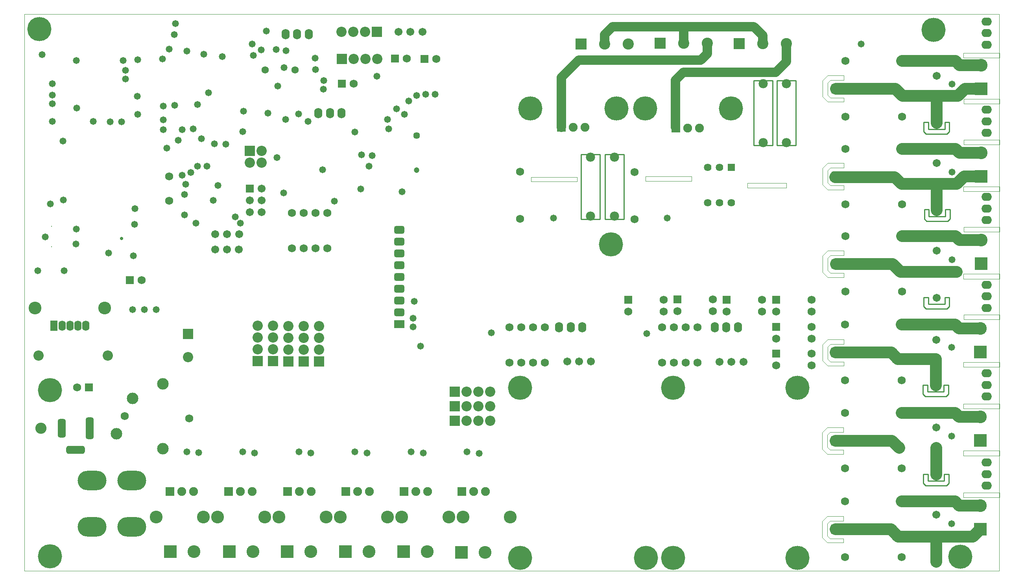
<source format=gbs>
G04*
G04 #@! TF.GenerationSoftware,Altium Limited,CircuitMaker,2.2.1 (2.2.1.6)*
G04*
G04 Layer_Color=8150272*
%FSLAX24Y24*%
%MOIN*%
G70*
G04*
G04 #@! TF.SameCoordinates,A2895FC5-3AE1-40D1-BB98-85C0BD90A9E4*
G04*
G04*
G04 #@! TF.FilePolarity,Negative*
G04*
G01*
G75*
%ADD10C,0.0100*%
%ADD20C,0.0600*%
%ADD23C,0.0010*%
%ADD24C,0.0001*%
%ADD68C,0.0800*%
%ADD70C,0.0680*%
G04:AMPARAMS|DCode=71|XSize=88mil|YSize=88mil|CornerRadius=24mil|HoleSize=0mil|Usage=FLASHONLY|Rotation=0.000|XOffset=0mil|YOffset=0mil|HoleType=Round|Shape=RoundedRectangle|*
%AMROUNDEDRECTD71*
21,1,0.0880,0.0400,0,0,0.0*
21,1,0.0400,0.0880,0,0,0.0*
1,1,0.0480,0.0200,-0.0200*
1,1,0.0480,-0.0200,-0.0200*
1,1,0.0480,-0.0200,0.0200*
1,1,0.0480,0.0200,0.0200*
%
%ADD71ROUNDEDRECTD71*%
%ADD72C,0.1080*%
%ADD73R,0.1080X0.1080*%
%ADD74O,0.0880X0.0680*%
%ADD75R,0.0867X0.0867*%
%ADD76C,0.0867*%
%ADD77C,0.0580*%
%ADD78C,0.0671*%
%ADD79R,0.0680X0.0680*%
%ADD80C,0.0780*%
%ADD81O,0.0680X0.0880*%
%ADD82C,0.0946*%
%ADD83R,0.0946X0.0946*%
%ADD84C,0.0749*%
%ADD85R,0.0749X0.0749*%
%ADD86C,0.0079*%
G04:AMPARAMS|DCode=87|XSize=68mil|YSize=88mil|CornerRadius=19mil|HoleSize=0mil|Usage=FLASHONLY|Rotation=90.000|XOffset=0mil|YOffset=0mil|HoleType=Round|Shape=RoundedRectangle|*
%AMROUNDEDRECTD87*
21,1,0.0680,0.0500,0,0,90.0*
21,1,0.0300,0.0880,0,0,90.0*
1,1,0.0380,0.0250,0.0150*
1,1,0.0380,0.0250,-0.0150*
1,1,0.0380,-0.0250,-0.0150*
1,1,0.0380,-0.0250,0.0150*
%
%ADD87ROUNDEDRECTD87*%
%ADD88R,0.0880X0.0680*%
%ADD89O,0.2442X0.1655*%
%ADD90C,0.0640*%
%ADD91R,0.0640X0.0640*%
%ADD92C,0.0980*%
%ADD93C,0.0472*%
%ADD94C,0.0571*%
%ADD95R,0.0867X0.0867*%
%ADD96O,0.0631X0.0867*%
%ADD97R,0.0631X0.0867*%
%ADD98R,0.1080X0.1080*%
%ADD99C,0.0620*%
%ADD100C,0.0950*%
G04:AMPARAMS|DCode=101|XSize=157.6mil|YSize=68mil|CornerRadius=19mil|HoleSize=0mil|Usage=FLASHONLY|Rotation=180.000|XOffset=0mil|YOffset=0mil|HoleType=Round|Shape=RoundedRectangle|*
%AMROUNDEDRECTD101*
21,1,0.1576,0.0300,0,0,180.0*
21,1,0.1196,0.0680,0,0,180.0*
1,1,0.0380,-0.0598,0.0150*
1,1,0.0380,0.0598,0.0150*
1,1,0.0380,0.0598,-0.0150*
1,1,0.0380,-0.0598,-0.0150*
%
%ADD101ROUNDEDRECTD101*%
G04:AMPARAMS|DCode=102|XSize=157.6mil|YSize=68mil|CornerRadius=19mil|HoleSize=0mil|Usage=FLASHONLY|Rotation=90.000|XOffset=0mil|YOffset=0mil|HoleType=Round|Shape=RoundedRectangle|*
%AMROUNDEDRECTD102*
21,1,0.1576,0.0300,0,0,90.0*
21,1,0.1196,0.0680,0,0,90.0*
1,1,0.0380,0.0150,0.0598*
1,1,0.0380,0.0150,-0.0598*
1,1,0.0380,-0.0150,-0.0598*
1,1,0.0380,-0.0150,0.0598*
%
%ADD102ROUNDEDRECTD102*%
G04:AMPARAMS|DCode=103|XSize=185.2mil|YSize=68mil|CornerRadius=19mil|HoleSize=0mil|Usage=FLASHONLY|Rotation=90.000|XOffset=0mil|YOffset=0mil|HoleType=Round|Shape=RoundedRectangle|*
%AMROUNDEDRECTD103*
21,1,0.1852,0.0300,0,0,90.0*
21,1,0.1472,0.0680,0,0,90.0*
1,1,0.0380,0.0150,0.0736*
1,1,0.0380,0.0150,-0.0736*
1,1,0.0380,-0.0150,-0.0736*
1,1,0.0380,-0.0150,0.0736*
%
%ADD103ROUNDEDRECTD103*%
%ADD104R,0.0671X0.0671*%
%ADD105C,0.0277*%
%ADD106C,0.2049*%
%ADD153C,0.1000*%
D10*
X73255Y46108D02*
Y51608D01*
Y46108D02*
X74855D01*
Y51608D01*
X73255D02*
X74855D01*
X71287Y46108D02*
Y51608D01*
Y46108D02*
X72887D01*
Y51608D01*
X71287D02*
X72887D01*
X58259Y39853D02*
Y45353D01*
X56659D02*
X58259D01*
X56659Y39853D02*
Y45353D01*
Y39853D02*
X58259D01*
X60309D02*
Y45353D01*
X58709D02*
X60309D01*
X58709Y39853D02*
Y45353D01*
Y39853D02*
X60309D01*
X87677Y32244D02*
X87874Y32441D01*
Y33228D01*
X87480Y32638D02*
Y33228D01*
X85906Y32244D02*
X87677D01*
X86102Y32638D02*
X87480D01*
X86102Y47480D02*
Y48071D01*
X87677Y47087D02*
X87874Y47283D01*
Y48071D01*
X87480Y47480D02*
Y48071D01*
X85709Y47283D02*
Y48071D01*
Y47283D02*
X85906Y47087D01*
X86102Y47480D02*
X87480D01*
X85906Y47087D02*
X87677D01*
X85709Y48071D02*
X86102D01*
X87480D02*
X87874D01*
X86142Y40079D02*
Y40669D01*
X87717Y39685D02*
X87913Y39882D01*
Y40669D01*
X87520Y40079D02*
Y40669D01*
X85748Y39882D02*
Y40669D01*
Y39882D02*
X85945Y39685D01*
X86142Y40079D02*
X87520D01*
X85945Y39685D02*
X87717D01*
X85748Y40669D02*
X86142D01*
X87520D02*
X87913D01*
X86102Y32638D02*
Y33228D01*
X85709Y32441D02*
Y33228D01*
Y32441D02*
X85906Y32244D01*
X85709Y33228D02*
X86102D01*
X87480D02*
X87874D01*
X86063Y17638D02*
Y18228D01*
X87638Y17244D02*
X87835Y17441D01*
Y18228D01*
X87441Y17638D02*
Y18228D01*
X85669Y17441D02*
Y18228D01*
Y17441D02*
X85866Y17244D01*
X86063Y17638D02*
X87441D01*
X85866Y17244D02*
X87638D01*
X85669Y18228D02*
X86063D01*
X87441D02*
X87835D01*
X87795Y25787D02*
X87795Y25787D01*
X87402Y25787D02*
X87795D01*
X86024Y25197D02*
Y25787D01*
X87598Y24803D02*
X87795Y25000D01*
Y25787D01*
X87402Y25197D02*
Y25787D01*
X85630D02*
X86024D01*
X85630Y25000D02*
Y25787D01*
Y25000D02*
X85827Y24803D01*
X86024Y25197D02*
X87402D01*
X85827Y24803D02*
X87598D01*
D20*
X64652Y47643D02*
X64702Y47593D01*
D23*
X92087Y10006D02*
Y57250D01*
X42047Y10000D02*
X92087D01*
X9500Y57250D02*
X92087D01*
X9500Y10000D02*
Y57250D01*
Y10000D02*
Y57250D01*
Y10000D02*
X42900D01*
X77559Y52047D02*
X78937D01*
X77126Y51614D02*
X77559Y52047D01*
X77126Y50236D02*
Y51614D01*
Y50236D02*
X77559Y49803D01*
X78937D01*
Y50157D01*
X77795D02*
X78937D01*
X77559Y50394D02*
X77795Y50157D01*
X77559Y50394D02*
Y51417D01*
X77795Y51654D01*
X78937D01*
Y52047D01*
X77559Y44606D02*
X78937D01*
X77126Y44173D02*
X77559Y44606D01*
X77126Y42795D02*
Y44173D01*
Y42795D02*
X77559Y42362D01*
X78937D01*
Y42717D01*
X77795D02*
X78937D01*
X77559Y42953D02*
X77795Y42717D01*
X77559Y42953D02*
Y43976D01*
X77795Y44213D01*
X78937D01*
Y44606D01*
X77559Y37165D02*
X78937D01*
X77126Y36732D02*
X77559Y37165D01*
X77126Y35354D02*
Y36732D01*
Y35354D02*
X77559Y34921D01*
X78937D01*
Y35276D01*
X77795D02*
X78937D01*
X77559Y35512D02*
X77795Y35276D01*
X77559Y35512D02*
Y36535D01*
X77795Y36772D01*
X78937D01*
Y37165D01*
X77559Y29646D02*
X78937D01*
X77126Y29213D02*
X77559Y29646D01*
X77126Y27835D02*
Y29213D01*
Y27835D02*
X77559Y27402D01*
X78937D01*
Y27756D01*
X77795D02*
X78937D01*
X77559Y27992D02*
X77795Y27756D01*
X77559Y27992D02*
Y29016D01*
X77795Y29252D01*
X78937D01*
Y29646D01*
X77520Y14646D02*
X78898D01*
X77087Y14213D02*
X77520Y14646D01*
X77087Y12835D02*
Y14213D01*
Y12835D02*
X77520Y12402D01*
X78898D01*
Y12756D01*
X77756D02*
X78898D01*
X77520Y12992D02*
X77756Y12756D01*
X77520Y12992D02*
Y14016D01*
X77756Y14252D01*
X78898D01*
Y14646D01*
Y21772D02*
Y22165D01*
X77756Y21772D02*
X78898D01*
X77520Y21535D02*
X77756Y21772D01*
X77520Y20512D02*
Y21535D01*
Y20512D02*
X77756Y20276D01*
X78898D01*
Y19921D02*
Y20276D01*
X77520Y19921D02*
X78898D01*
X77087Y20354D02*
X77520Y19921D01*
X77087Y20354D02*
Y21732D01*
X77520Y22165D01*
X78898D01*
D24*
X92126Y16246D02*
Y16654D01*
X90412Y27723D02*
X92126D01*
X89062Y27316D02*
X92126D01*
Y27723D01*
X90448Y31746D02*
X92126D01*
X89098Y31339D02*
X92126D01*
Y31654D02*
Y31755D01*
Y31348D02*
Y31450D01*
Y35118D02*
Y35220D01*
Y34813D02*
Y34914D01*
Y39094D02*
Y39196D01*
Y38789D02*
Y38891D01*
Y39094D01*
Y42198D02*
Y42605D01*
X89062Y42198D02*
X92126D01*
X89098Y49646D02*
Y50053D01*
X92126Y49646D02*
Y50053D01*
X90448D02*
X92126D01*
X89098D02*
X90448D01*
X89098Y49646D02*
X92126D01*
X90448Y46589D02*
X92126D01*
X89098Y46181D02*
X92126D01*
Y46589D01*
Y19813D02*
Y19914D01*
Y20118D02*
Y20220D01*
Y19914D02*
Y20118D01*
X90412Y20204D02*
X92126D01*
X89055Y19796D02*
X92126D01*
X89062Y16246D02*
Y16654D01*
X90412D01*
X89062Y16246D02*
X92126D01*
X90412Y16654D02*
X92126D01*
X89055Y19796D02*
Y20204D01*
X90412D01*
X89062Y23773D02*
Y24180D01*
X92126Y23773D02*
Y24180D01*
X89062D02*
X90412D01*
X89062Y23773D02*
X92126D01*
X90412Y24180D02*
X92126D01*
X89062Y27316D02*
Y27723D01*
X90412D01*
X89098Y31339D02*
Y31746D01*
X92126Y31450D02*
Y31654D01*
X89098Y31746D02*
X90448D01*
X89062Y34796D02*
Y35204D01*
X92126Y34914D02*
Y35118D01*
X89062Y35204D02*
X90412D01*
X89062Y34796D02*
X92126D01*
X90412Y35204D02*
X92126D01*
X89102Y38773D02*
Y39180D01*
X90452D01*
X89102Y38773D02*
X92126D01*
X90452Y39180D02*
X92126D01*
X89062Y42198D02*
Y42605D01*
X90412D01*
X92126D01*
X89098Y46181D02*
Y46589D01*
X90448D01*
X89055Y53536D02*
Y53944D01*
X92126Y53536D02*
Y53944D01*
X89055D02*
X90405D01*
X89055Y53536D02*
X92126D01*
X90405Y53944D02*
X92126D01*
X72102Y42927D02*
X74052D01*
X70752Y42520D02*
X74052D01*
X70752Y42927D02*
X72102D01*
X74052Y42520D02*
Y42927D01*
X70752Y42520D02*
Y42927D01*
X52420Y43032D02*
Y43429D01*
Y43032D02*
X54370D01*
X56320D01*
Y43429D01*
X52420D02*
X56320D01*
X62144Y43072D02*
Y43465D01*
Y43072D02*
X66044D01*
Y43465D01*
X64094D02*
X66044D01*
X62144D02*
X64094D01*
X9500Y10000D02*
Y57250D01*
D68*
X56457Y53346D02*
X66811D01*
X55002Y51891D02*
X56457Y53346D01*
X55002Y47643D02*
Y51891D01*
X74052Y53225D02*
Y54743D01*
X73150Y52323D02*
X74052Y53225D01*
X65332Y52323D02*
X73150D01*
X66811Y53346D02*
X67346Y53882D01*
X65354Y56193D02*
X71302D01*
X65346Y56185D02*
X65354Y56193D01*
X71302D02*
X72052Y55443D01*
X67346Y53882D02*
Y54764D01*
X58661Y55512D02*
X59342Y56193D01*
X65346Y54764D02*
Y56185D01*
X58661Y54724D02*
Y55512D01*
X59342Y56193D02*
X65354D01*
X72052Y54743D02*
Y55443D01*
X64652Y51643D02*
X65332Y52323D01*
X64652Y47643D02*
Y51643D01*
D70*
X83858Y38425D02*
D03*
Y33701D02*
D03*
X79055D02*
D03*
Y38425D02*
D03*
X79016Y30906D02*
D03*
Y26181D02*
D03*
X83819D02*
D03*
Y30906D02*
D03*
X83858Y45827D02*
D03*
Y41102D02*
D03*
X79055D02*
D03*
Y45827D02*
D03*
X35173Y37394D02*
D03*
X34173D02*
D03*
X33173D02*
D03*
X32173D02*
D03*
X35173Y40394D02*
D03*
X34173D02*
D03*
X33173D02*
D03*
X32173D02*
D03*
X66513Y27673D02*
D03*
X65513D02*
D03*
X64513D02*
D03*
X63513D02*
D03*
X66513Y30673D02*
D03*
X65513D02*
D03*
X64513D02*
D03*
X63513D02*
D03*
X83819Y23425D02*
D03*
Y18701D02*
D03*
X79016D02*
D03*
Y23425D02*
D03*
X83858Y53268D02*
D03*
Y48543D02*
D03*
X79055D02*
D03*
Y53268D02*
D03*
X13961Y25591D02*
D03*
X21772Y41417D02*
D03*
Y43496D02*
D03*
X83819Y15906D02*
D03*
Y11181D02*
D03*
X79016D02*
D03*
Y15906D02*
D03*
X67839Y33059D02*
D03*
Y32059D02*
D03*
X64839D02*
D03*
X73181Y29724D02*
D03*
X76181D02*
D03*
Y30724D02*
D03*
X73185Y27453D02*
D03*
X76185D02*
D03*
Y28453D02*
D03*
X69012Y32020D02*
D03*
X72012D02*
D03*
Y33020D02*
D03*
X73185Y32020D02*
D03*
X76185D02*
D03*
Y33020D02*
D03*
X60665Y32020D02*
D03*
X63665D02*
D03*
Y33020D02*
D03*
X53599Y27673D02*
D03*
X52599D02*
D03*
X51599D02*
D03*
X50599D02*
D03*
X53599Y30673D02*
D03*
X52599D02*
D03*
X51599D02*
D03*
X50599D02*
D03*
X37402Y51339D02*
D03*
X17981Y23146D02*
D03*
X19425Y34685D02*
D03*
X23450Y22950D02*
D03*
X51496Y43882D02*
D03*
Y39882D02*
D03*
X61209Y39853D02*
D03*
Y43853D02*
D03*
X44400Y53450D02*
D03*
X41906Y53465D02*
D03*
D71*
X78268Y36063D02*
D03*
X78228Y28543D02*
D03*
X78268Y43465D02*
D03*
X78228Y21063D02*
D03*
X78268Y50906D02*
D03*
X78228Y13543D02*
D03*
D72*
X90512Y23071D02*
D03*
Y30583D02*
D03*
Y15551D02*
D03*
X90551Y38071D02*
D03*
Y45472D02*
D03*
Y52913D02*
D03*
X24669Y14567D02*
D03*
X23850Y11650D02*
D03*
X29866Y14567D02*
D03*
X28850Y11650D02*
D03*
X35063Y14567D02*
D03*
X33772Y11654D02*
D03*
X40260Y14567D02*
D03*
X38693Y11654D02*
D03*
X45457Y14567D02*
D03*
X43614Y11654D02*
D03*
X50654Y14567D02*
D03*
X48535Y11575D02*
D03*
X41457Y14567D02*
D03*
X20669D02*
D03*
X25866D02*
D03*
X46654D02*
D03*
X36260D02*
D03*
X31063D02*
D03*
X10400Y32300D02*
D03*
X16300D02*
D03*
D73*
X90512Y21071D02*
D03*
Y28583D02*
D03*
Y13551D02*
D03*
X90551Y36071D02*
D03*
Y43472D02*
D03*
Y50913D02*
D03*
D74*
X91024Y56614D02*
D03*
Y55630D02*
D03*
Y54646D02*
D03*
Y26772D02*
D03*
Y25787D02*
D03*
Y24803D02*
D03*
Y49134D02*
D03*
Y48150D02*
D03*
Y47165D02*
D03*
Y32323D02*
D03*
Y33307D02*
D03*
Y34291D02*
D03*
X91024Y17244D02*
D03*
Y18228D02*
D03*
Y19213D02*
D03*
X91024Y39764D02*
D03*
Y40748D02*
D03*
Y41732D02*
D03*
D75*
X45953Y25197D02*
D03*
Y23976D02*
D03*
Y22756D02*
D03*
X39350Y55750D02*
D03*
X36400Y53450D02*
D03*
X28600Y45650D02*
D03*
D76*
X46953Y25197D02*
D03*
X47953D02*
D03*
X48953D02*
D03*
X46953Y23976D02*
D03*
X47953D02*
D03*
X48953D02*
D03*
X46953Y22756D02*
D03*
X47953D02*
D03*
X48953D02*
D03*
X16559Y28268D02*
D03*
X10709D02*
D03*
X23346Y28150D02*
D03*
X38350Y55750D02*
D03*
X37350D02*
D03*
X36350D02*
D03*
X37400Y53450D02*
D03*
X38400D02*
D03*
X39400D02*
D03*
X29600Y44650D02*
D03*
X28600D02*
D03*
X29600Y45650D02*
D03*
X31850Y30787D02*
D03*
Y29787D02*
D03*
Y28787D02*
D03*
X33150Y30787D02*
D03*
Y29787D02*
D03*
Y28787D02*
D03*
X30550Y30800D02*
D03*
Y29800D02*
D03*
Y28800D02*
D03*
X29250Y30800D02*
D03*
Y29800D02*
D03*
Y28800D02*
D03*
X34450Y30787D02*
D03*
Y29787D02*
D03*
Y28787D02*
D03*
D77*
X88071Y30945D02*
D03*
Y28976D02*
D03*
X88110Y53268D02*
D03*
Y51299D02*
D03*
X88071Y21457D02*
D03*
Y23425D02*
D03*
Y14016D02*
D03*
Y15984D02*
D03*
X88110Y43858D02*
D03*
Y45827D02*
D03*
Y36417D02*
D03*
Y38386D02*
D03*
X20661Y32165D02*
D03*
X19661D02*
D03*
X18661D02*
D03*
X21772Y54291D02*
D03*
X49055Y30197D02*
D03*
X62244Y30157D02*
D03*
X11693Y41142D02*
D03*
X13937Y49291D02*
D03*
X15315Y48150D02*
D03*
X12756Y46496D02*
D03*
X16614Y36969D02*
D03*
X30906Y45079D02*
D03*
X80394Y54724D02*
D03*
X13858Y37756D02*
D03*
X43071Y29094D02*
D03*
X54331Y39961D02*
D03*
X63976D02*
D03*
X37992Y42402D02*
D03*
X37480Y47244D02*
D03*
X24016Y39528D02*
D03*
X18740Y36732D02*
D03*
X21260Y48268D02*
D03*
Y47441D02*
D03*
X42441Y30709D02*
D03*
Y31457D02*
D03*
X42520Y32874D02*
D03*
X41496Y42165D02*
D03*
X35748Y41378D02*
D03*
X21201Y53445D02*
D03*
X30118Y48858D02*
D03*
X28071Y49016D02*
D03*
X27992Y47283D02*
D03*
X24173Y49567D02*
D03*
X22244Y49528D02*
D03*
X21260Y49449D02*
D03*
X22205Y55512D02*
D03*
X25079Y50591D02*
D03*
X26575Y46220D02*
D03*
X13898Y53307D02*
D03*
X19094Y48740D02*
D03*
X22847Y43583D02*
D03*
X22540Y46535D02*
D03*
X10630Y35472D02*
D03*
X13898Y39016D02*
D03*
X42250Y20100D02*
D03*
X28000D02*
D03*
X47000D02*
D03*
X32750D02*
D03*
X23250D02*
D03*
X12795Y41496D02*
D03*
X12874Y35472D02*
D03*
X39370Y51968D02*
D03*
X24488Y46693D02*
D03*
X33543Y48150D02*
D03*
X32717Y48780D02*
D03*
X31614Y48307D02*
D03*
X28900Y53750D02*
D03*
X34134Y53504D02*
D03*
X11850Y51339D02*
D03*
X11850Y48150D02*
D03*
Y49646D02*
D03*
Y50394D02*
D03*
X11260Y38346D02*
D03*
X29567Y54213D02*
D03*
X30827Y54252D02*
D03*
X31654Y54134D02*
D03*
X19094Y53386D02*
D03*
X30000Y55827D02*
D03*
X10984Y53819D02*
D03*
X34843Y50866D02*
D03*
X19075Y50276D02*
D03*
X18071Y51732D02*
D03*
Y52480D02*
D03*
X17717Y48110D02*
D03*
X16772D02*
D03*
X18819Y39409D02*
D03*
X18858Y40748D02*
D03*
X17874Y53307D02*
D03*
X22283Y56457D02*
D03*
X26260Y53661D02*
D03*
X21575Y45866D02*
D03*
X44291Y50433D02*
D03*
X41043Y49213D02*
D03*
X41693Y48740D02*
D03*
X40276Y48307D02*
D03*
X40354Y47520D02*
D03*
X31457Y42087D02*
D03*
X42047Y49882D02*
D03*
X42717Y50344D02*
D03*
X43504Y50433D02*
D03*
X23800Y47500D02*
D03*
X34850Y51600D02*
D03*
X31511Y52700D02*
D03*
X25600Y46250D02*
D03*
X38950Y45250D02*
D03*
X38050Y45300D02*
D03*
X38700Y44350D02*
D03*
X28800Y54700D02*
D03*
X34150Y52550D02*
D03*
X30950Y51150D02*
D03*
X48029Y19983D02*
D03*
X43290Y20000D02*
D03*
X38525Y20009D02*
D03*
X33750Y20000D02*
D03*
X29000D02*
D03*
X24250Y20050D02*
D03*
X37500Y20100D02*
D03*
X34750Y44050D02*
D03*
X23600Y43800D02*
D03*
X24950Y44350D02*
D03*
X23050Y40200D02*
D03*
X25500Y41450D02*
D03*
X23050Y41950D02*
D03*
X23150Y42800D02*
D03*
X27800Y39500D02*
D03*
X23250Y54100D02*
D03*
X25900Y42700D02*
D03*
X22850Y47450D02*
D03*
X24692Y53850D02*
D03*
X24150Y44350D02*
D03*
X27350Y40050D02*
D03*
D78*
X86772Y29627D02*
D03*
Y25627D02*
D03*
X86811Y52029D02*
D03*
Y48029D02*
D03*
X86811Y33186D02*
D03*
Y37186D02*
D03*
X86811Y40627D02*
D03*
Y44627D02*
D03*
X86772Y18186D02*
D03*
Y22186D02*
D03*
Y10785D02*
D03*
Y14785D02*
D03*
X25669Y38583D02*
D03*
X26677D02*
D03*
X27685D02*
D03*
X25661Y37283D02*
D03*
X26669D02*
D03*
X27677D02*
D03*
X68400Y27750D02*
D03*
X69408D02*
D03*
X70416D02*
D03*
X57500Y27775D02*
D03*
X56492D02*
D03*
X55484D02*
D03*
X43216Y55750D02*
D03*
X42208D02*
D03*
X41200D02*
D03*
X29600Y42450D02*
D03*
X28600Y41450D02*
D03*
X29600D02*
D03*
Y40450D02*
D03*
X28600D02*
D03*
D79*
X14961Y25591D02*
D03*
X64839Y33059D02*
D03*
X73181Y30724D02*
D03*
X73185Y28453D02*
D03*
X69012Y33020D02*
D03*
X73185D02*
D03*
X60665D02*
D03*
X36402Y51339D02*
D03*
X18425Y34685D02*
D03*
X43400Y53450D02*
D03*
X40906Y53465D02*
D03*
D80*
X74055Y51358D02*
D03*
Y46358D02*
D03*
X72087Y51358D02*
D03*
Y46358D02*
D03*
X57459Y40103D02*
D03*
Y45103D02*
D03*
X59509Y40103D02*
D03*
Y45103D02*
D03*
D81*
X54803Y30669D02*
D03*
X55787D02*
D03*
X56772D02*
D03*
X69961D02*
D03*
X68976D02*
D03*
X67992D02*
D03*
X36378Y48858D02*
D03*
X35394D02*
D03*
X34409D02*
D03*
X31614Y55551D02*
D03*
X32598D02*
D03*
X33583D02*
D03*
D82*
X60661Y54724D02*
D03*
X58661D02*
D03*
X67346Y54764D02*
D03*
X65346D02*
D03*
X72052Y54743D02*
D03*
X74052D02*
D03*
D83*
X56661Y54724D02*
D03*
X63346Y54764D02*
D03*
X70052Y54743D02*
D03*
D84*
X23819Y16732D02*
D03*
X28795D02*
D03*
X33811D02*
D03*
X38732D02*
D03*
X43654D02*
D03*
X48575D02*
D03*
X22819D02*
D03*
X27795D02*
D03*
X32811D02*
D03*
X37732D02*
D03*
X42654D02*
D03*
X47575D02*
D03*
X57002Y47643D02*
D03*
X56002D02*
D03*
X65702Y47593D02*
D03*
X66702D02*
D03*
D85*
X21819Y16732D02*
D03*
X26795D02*
D03*
X31811D02*
D03*
X36732D02*
D03*
X41654D02*
D03*
X46575D02*
D03*
X55002Y47643D02*
D03*
X64702Y47593D02*
D03*
D86*
X11811Y39252D02*
D03*
Y37520D02*
D03*
D87*
X41260Y38937D02*
D03*
Y34937D02*
D03*
Y35937D02*
D03*
Y36937D02*
D03*
Y37937D02*
D03*
Y31937D02*
D03*
Y32937D02*
D03*
Y33937D02*
D03*
D88*
Y30937D02*
D03*
D89*
X18583Y13740D02*
D03*
Y17677D02*
D03*
X15236Y13740D02*
D03*
Y17677D02*
D03*
D90*
X69386Y41256D02*
D03*
X68386D02*
D03*
X67386D02*
D03*
Y44256D02*
D03*
X68386D02*
D03*
D91*
X69386D02*
D03*
D92*
X17301Y21646D02*
D03*
X18661Y24646D02*
D03*
X21220Y20394D02*
D03*
Y25894D02*
D03*
D93*
X42717Y44016D02*
D03*
D94*
Y46949D02*
D03*
D95*
X23346Y30118D02*
D03*
X31850Y27787D02*
D03*
X33150Y27787D02*
D03*
X30550Y27800D02*
D03*
X29250D02*
D03*
X34450Y27787D02*
D03*
D96*
X14689Y30800D02*
D03*
X14019D02*
D03*
X13350D02*
D03*
X12681D02*
D03*
D97*
X12011D02*
D03*
D98*
X46535Y11575D02*
D03*
X21850Y11650D02*
D03*
X36693Y11654D02*
D03*
X31772D02*
D03*
X26850Y11650D02*
D03*
X41614Y11654D02*
D03*
D99*
X29881Y52520D02*
D03*
X32441D02*
D03*
D100*
X10906Y22126D02*
D03*
D101*
X13841Y20276D02*
D03*
D102*
X12677Y22126D02*
D03*
D103*
X15041D02*
D03*
D104*
X28600Y42450D02*
D03*
D105*
X17717Y38228D02*
D03*
D106*
X88780Y11220D02*
D03*
X86535Y55906D02*
D03*
X11654Y25354D02*
D03*
X59197Y37717D02*
D03*
X62102Y49243D02*
D03*
X59652D02*
D03*
X69352D02*
D03*
X52352D02*
D03*
X75000Y11100D02*
D03*
Y25550D02*
D03*
X64450Y11100D02*
D03*
Y25550D02*
D03*
X51500Y11100D02*
D03*
X62150D02*
D03*
X51500Y25550D02*
D03*
X10748Y55984D02*
D03*
X11654Y11260D02*
D03*
D153*
X83504Y27992D02*
X86732D01*
Y25745D02*
Y27992D01*
X83740Y35394D02*
X86811D01*
X88504D01*
X78189Y43425D02*
X83228D01*
X89142Y43472D02*
X90551D01*
X88504Y42835D02*
X89142Y43472D01*
X86890Y42835D02*
X88504D01*
X89181Y50913D02*
X90551D01*
X88583Y50315D02*
X89181Y50913D01*
X86811Y50315D02*
X88583D01*
X82992Y21063D02*
X83622Y20433D01*
X78228Y21063D02*
X82992D01*
X86772Y18186D02*
Y20433D01*
X88378Y30906D02*
X88701Y30583D01*
X82953Y28543D02*
X83504Y27992D01*
X83819Y30906D02*
X88378D01*
X88701Y30583D02*
X90512D01*
X78228Y28543D02*
X82953D01*
X88386Y53268D02*
X88740Y52913D01*
X90551D01*
X83898Y50315D02*
X86811D01*
Y48029D02*
Y50315D01*
X83858Y53268D02*
X88386D01*
X83307Y50906D02*
X83898Y50315D01*
X78268Y50906D02*
X83307D01*
X83819Y42835D02*
X86811D01*
Y40627D02*
Y42835D01*
X83858Y45827D02*
X88386D01*
X88740Y45472D01*
X90551D01*
X83858Y38425D02*
X88386D01*
X88740Y38071D02*
X90551D01*
X88386Y38425D02*
X88740Y38071D01*
X83228Y43425D02*
X83819Y42835D01*
X83071Y36063D02*
X83740Y35394D01*
X78268Y36063D02*
X83071D01*
X86732Y12913D02*
X86772Y12874D01*
Y10785D02*
Y12874D01*
X86732Y12913D02*
X89874D01*
X83543D02*
X86732D01*
X88071Y23425D02*
X88346D01*
X83819D02*
X88071D01*
X88346D02*
X88701Y23071D01*
X90512D01*
X89874Y12913D02*
X90512Y13551D01*
X82913Y13543D02*
X83543Y12913D01*
X78228Y13543D02*
X82913D01*
X87835Y15906D02*
X88346D01*
X88701Y15551D02*
X90512D01*
X88346Y15906D02*
X88701Y15551D01*
X83819Y15906D02*
X87835D01*
M02*

</source>
